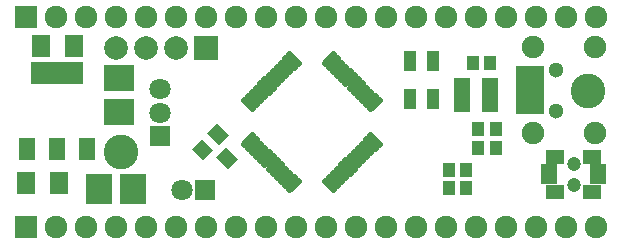
<source format=gts>
G04 #@! TF.FileFunction,Soldermask,Top*
%FSLAX46Y46*%
G04 Gerber Fmt 4.6, Leading zero omitted, Abs format (unit mm)*
G04 Created by KiCad (PCBNEW 4.0.7) date 06/12/18 13:46:57*
%MOMM*%
%LPD*%
G01*
G04 APERTURE LIST*
%ADD10C,0.100000*%
%ADD11R,1.400000X1.100000*%
%ADD12R,2.400000X0.900000*%
%ADD13C,1.300000*%
%ADD14C,1.900000*%
%ADD15R,1.924000X1.924000*%
%ADD16C,1.924000*%
%ADD17R,2.000000X2.000000*%
%ADD18C,2.000000*%
%ADD19R,1.000000X1.300000*%
%ADD20R,1.400000X1.900000*%
%ADD21R,4.400000X1.900000*%
%ADD22C,0.600000*%
%ADD23R,1.100000X1.700000*%
%ADD24R,1.800000X1.800000*%
%ADD25C,1.800000*%
%ADD26C,1.200000*%
%ADD27R,1.400000X1.800000*%
%ADD28R,1.550000X1.150000*%
%ADD29R,2.650000X2.200000*%
%ADD30R,2.200000X2.650000*%
%ADD31R,1.600000X1.900000*%
%ADD32C,2.940000*%
G04 APERTURE END LIST*
D10*
D11*
X38166500Y13386000D03*
X38166500Y12436000D03*
X38166500Y11486000D03*
X40566500Y11486000D03*
X40566500Y12436000D03*
X40566500Y13386000D03*
D12*
X43882000Y12817000D03*
X43882000Y13617000D03*
X43882000Y14417000D03*
X43882000Y11217000D03*
X43882000Y12017000D03*
D13*
X46132000Y11067000D03*
X46132000Y14567000D03*
D14*
X44132000Y9167000D03*
X44132000Y16467000D03*
X49432000Y9167000D03*
X49432000Y16467000D03*
D15*
X1260000Y1260000D03*
D16*
X3800000Y1260000D03*
X6340000Y1260000D03*
X8880000Y1260000D03*
X11420000Y1260000D03*
X13960000Y1260000D03*
X16500000Y1260000D03*
X19040000Y1260000D03*
X21580000Y1260000D03*
X24120000Y1260000D03*
X26660000Y1260000D03*
X29200000Y1260000D03*
X31740000Y1260000D03*
X34280000Y1260000D03*
X36820000Y1260000D03*
X39360000Y1260000D03*
X41900000Y1260000D03*
X44440000Y1260000D03*
X46980000Y1260000D03*
X49520000Y1260000D03*
D15*
X1260000Y19040000D03*
D16*
X3800000Y19040000D03*
X6340000Y19040000D03*
X8880000Y19040000D03*
X11420000Y19040000D03*
X13960000Y19040000D03*
X16500000Y19040000D03*
X19040000Y19040000D03*
X21580000Y19040000D03*
X24120000Y19040000D03*
X26660000Y19040000D03*
X29200000Y19040000D03*
X31740000Y19040000D03*
X34280000Y19040000D03*
X36820000Y19040000D03*
X39360000Y19040000D03*
X41900000Y19040000D03*
X44440000Y19040000D03*
X46980000Y19040000D03*
X49520000Y19040000D03*
D17*
X16520000Y16360000D03*
D18*
X13980000Y16360000D03*
X11440000Y16360000D03*
X8900000Y16360000D03*
D19*
X39054500Y15166000D03*
X40554500Y15166000D03*
X41020000Y9560000D03*
X39520000Y9560000D03*
D20*
X1330000Y7810000D03*
X3870000Y7810000D03*
X6410000Y7810000D03*
D21*
X3870000Y14310000D03*
D22*
X19662435Y8311523D02*
X20369541Y9018629D01*
X20015989Y7957969D02*
X20723095Y8665075D01*
X20369542Y7604416D02*
X21076648Y8311522D01*
X20723096Y7250863D02*
X21430202Y7957969D01*
X21076649Y6897309D02*
X21783755Y7604415D01*
X21430202Y6543756D02*
X22137308Y7250862D01*
X21783756Y6190202D02*
X22490862Y6897308D01*
X22137309Y5836649D02*
X22844415Y6543755D01*
X22490863Y5483096D02*
X23197969Y6190202D01*
X22844416Y5129542D02*
X23551522Y5836648D01*
X23197969Y4775989D02*
X23905075Y5483095D01*
X23551523Y4422435D02*
X24258629Y5129541D01*
X26521371Y5129541D02*
X27228477Y4422435D01*
X26874925Y5483095D02*
X27582031Y4775989D01*
X27228478Y5836648D02*
X27935584Y5129542D01*
X27582031Y6190202D02*
X28289137Y5483096D01*
X27935585Y6543755D02*
X28642691Y5836649D01*
X28289138Y6897308D02*
X28996244Y6190202D01*
X28642692Y7250862D02*
X29349798Y6543756D01*
X28996245Y7604415D02*
X29703351Y6897309D01*
X29349798Y7957969D02*
X30056904Y7250863D01*
X29703352Y8311522D02*
X30410458Y7604416D01*
X30056905Y8665075D02*
X30764011Y7957969D01*
X30410459Y9018629D02*
X31117565Y8311523D01*
X30410459Y11281371D02*
X31117565Y11988477D01*
X30056905Y11634925D02*
X30764011Y12342031D01*
X29703352Y11988478D02*
X30410458Y12695584D01*
X29349798Y12342031D02*
X30056904Y13049137D01*
X28996245Y12695585D02*
X29703351Y13402691D01*
X28642692Y13049138D02*
X29349798Y13756244D01*
X28289138Y13402692D02*
X28996244Y14109798D01*
X27935585Y13756245D02*
X28642691Y14463351D01*
X27582031Y14109798D02*
X28289137Y14816904D01*
X27228478Y14463352D02*
X27935584Y15170458D01*
X26874925Y14816905D02*
X27582031Y15524011D01*
X26521371Y15170459D02*
X27228477Y15877565D01*
X23551523Y15877565D02*
X24258629Y15170459D01*
X23197969Y15524011D02*
X23905075Y14816905D01*
X22844416Y15170458D02*
X23551522Y14463352D01*
X22490863Y14816904D02*
X23197969Y14109798D01*
X22137309Y14463351D02*
X22844415Y13756245D01*
X21783756Y14109798D02*
X22490862Y13402692D01*
X21430202Y13756244D02*
X22137308Y13049138D01*
X21076649Y13402691D02*
X21783755Y12695585D01*
X20723096Y13049137D02*
X21430202Y12342031D01*
X20369542Y12695584D02*
X21076648Y11988478D01*
X20015989Y12342031D02*
X20723095Y11634925D01*
X19662435Y11988477D02*
X20369541Y11281371D01*
D23*
X33770000Y12110000D03*
X35670000Y12110000D03*
X35670000Y15260000D03*
X33770000Y15260000D03*
D24*
X16420000Y4410000D03*
D25*
X14420000Y4410000D03*
D24*
X12570000Y8910000D03*
D25*
X12570000Y10910000D03*
X12570000Y12910000D03*
D26*
X47615000Y4805000D03*
X47615000Y6605000D03*
D27*
X49715000Y5705000D03*
X45515000Y5705000D03*
D28*
X49165000Y4205000D03*
X46065000Y4205000D03*
X46065000Y7205000D03*
X49165000Y7205000D03*
D19*
X38520000Y6060000D03*
X37020000Y6060000D03*
X37020000Y4560000D03*
X38520000Y4560000D03*
X41020000Y7960000D03*
X39520000Y7960000D03*
D29*
X9120000Y10960000D03*
X9120000Y13860000D03*
D30*
X7420000Y4460000D03*
X10320000Y4460000D03*
D10*
G36*
X18199289Y7979239D02*
X19189239Y6989289D01*
X18340711Y6140761D01*
X17350761Y7130711D01*
X18199289Y7979239D01*
X18199289Y7979239D01*
G37*
G36*
X17456827Y10065204D02*
X18446777Y9075254D01*
X17598249Y8226726D01*
X16608299Y9216676D01*
X17456827Y10065204D01*
X17456827Y10065204D01*
G37*
G36*
X16113324Y8721701D02*
X17103274Y7731751D01*
X16254746Y6883223D01*
X15264796Y7873173D01*
X16113324Y8721701D01*
X16113324Y8721701D01*
G37*
D31*
X5320000Y16560000D03*
X2520000Y16560000D03*
X1220000Y4960000D03*
X4020000Y4960000D03*
D32*
X48800000Y12800000D03*
X9300000Y7600000D03*
M02*

</source>
